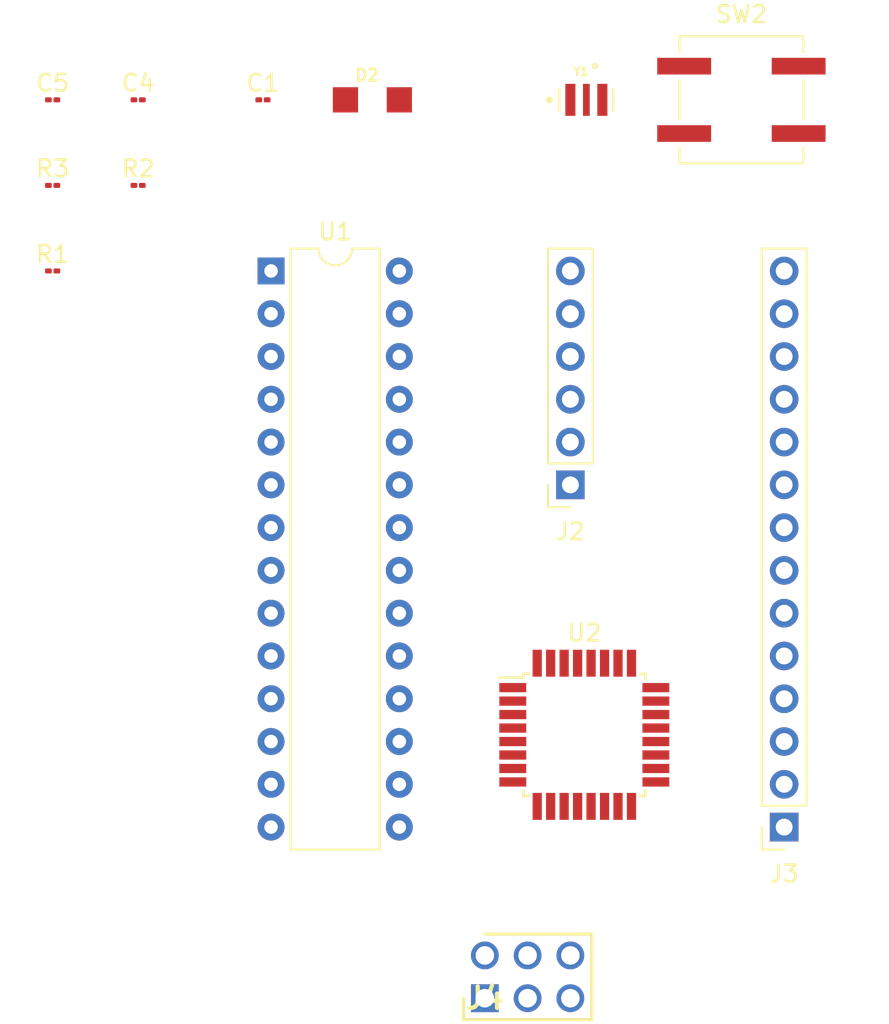
<source format=kicad_pcb>
(kicad_pcb (version 20221018) (generator pcbnew)
  (layers (0 "F.Cu" signal) (31 "B.Cu" signal) (34 "B.Paste" user) (35 "F.Paste" user) (36 "B.SilkS" user "B.Silkscreen") (37 "F.SilkS" user "F.Silkscreen") (38 "B.Mask" user) (39 "F.Mask" user) (44 "Edge.Cuts" user))
  (net 0 "")
  (net 1 "Net-(U1-~{RESET}{slash}PC6)")
  (net 2 "/A0")
  (net 3 "/A1")
  (net 4 "/A2")
  (net 5 "/A3")
  (net 6 "/A4")
  (net 7 "/A5")
  (net 8 "/D0|RX")
  (net 9 "/D1|TX")
  (net 10 "/D2")
  (net 11 "/D3")
  (net 12 "/D4")
  (net 13 "/D5")
  (net 14 "/D6")
  (net 15 "/D7")
  (net 17 "/D8")
  (net 18 "/D9")
  (net 19 "/D10|CS")
  (net 20 "/D11|MOSI")
  (net 21 "/D12|MISO")
  (net 22 "/D13|SCK")
  (net 23 "+5V")
  (net 24 "GND")
  (net 25 "Net-(U1-XTAL1{slash}PB6)")
  (net 26 "Net-(U1-XTAL2{slash}PB7)")
  (net 27 "/D0")
  (net 28 "/D1")
  (footprint "Capacitor_SMD:C_01005_0402Metric" (layer "F.Cu") (at 108.945 63.5)
    (fp_text reference "C5" (at 0 -1) (layer "F.SilkS"))
    (fp_text value "100n")
    (pad "1" smd roundrect (at -0.25 0) (size 0.4 0.3) (layers "F.Cu" "F.Mask") (net 23 "+5V"))
    (pad "2" smd roundrect (at 0.25 0) (size 0.4 0.3) (layers "F.Cu" "F.Mask") (net 24 "GND"))
  )
  (footprint "resonator:OSC_CSTCE16M0V53-R0" (layer "F.Cu") (at 140.65 63.5)
    (fp_text reference "Y1" (at -0.326 -1.6748) (layer "F.SilkS") (effects (font (size 0.48 0.48))))
    (fp_text value "Resonator")
    (fp_line (start -1.6 0.65) (end -1.6 -0.65) (stroke (width 0.127)) (layer "F.SilkS"))
    (fp_line (start 1.6 -0.65) (end 1.6 0.65) (stroke (width 0.127)) (layer "F.SilkS"))
    (fp_circle (center -2.2 0) (end -2.1 0) (stroke (width 0.2)) (fill none) (layer "F.SilkS"))
    (pad "1" smd rect (at -0.95 0) (size 0.6 1.9) (layers "F.Cu" "F.Paste" "F.Mask") (net 26 "Net-(U1-XTAL2{slash}PB7)"))
    (pad "2" smd rect (at 0 0) (size 0.4 1.9) (layers "F.Cu" "F.Paste" "F.Mask") (net 24 "GND"))
    (pad "3" smd rect (at 0.95 0) (size 0.6 1.9) (layers "F.Cu" "F.Paste" "F.Mask") (net 25 "Net-(U1-XTAL1{slash}PB6)"))
  )
  (footprint "Connector_PinSocket_2.54mm:PinSocket_1x06_P2.54mm_Vertical" (layer "F.Cu") (at 139.7 86.36 180)
    (fp_text reference "J2" (at 0 -2.77) (layer "F.SilkS"))
    (fp_text value "Conn_01x06_Pin")
    (fp_line (start -1.33 1.27) (end -1.33 14.03) (stroke (width 0.12)) (layer "F.SilkS"))
    (fp_line (start -1.33 1.27) (end 1.33 1.27) (stroke (width 0.12)) (layer "F.SilkS"))
    (fp_line (start -1.33 14.03) (end 1.33 14.03) (stroke (width 0.12)) (layer "F.SilkS"))
    (fp_line (start 0 -1.33) (end 1.33 -1.33) (stroke (width 0.12)) (layer "F.SilkS"))
    (fp_line (start 1.33 -1.33) (end 1.33 0) (stroke (width 0.12)) (layer "F.SilkS"))
    (fp_line (start 1.33 1.27) (end 1.33 14.03) (stroke (width 0.12)) (layer "F.SilkS"))
    (pad "1" thru_hole rect (at 0 0 180) (size 1.7 1.7) (drill 1) (layers "*.Cu" "*.Mask") (net 2 "/A0"))
    (pad "2" thru_hole oval (at 0 2.54 180) (size 1.7 1.7) (drill 1) (layers "*.Cu" "*.Mask") (net 3 "/A1"))
    (pad "3" thru_hole oval (at 0 5.08 180) (size 1.7 1.7) (drill 1) (layers "*.Cu" "*.Mask") (net 4 "/A2"))
    (pad "4" thru_hole oval (at 0 7.62 180) (size 1.7 1.7) (drill 1) (layers "*.Cu" "*.Mask") (net 5 "/A3"))
    (pad "5" thru_hole oval (at 0 10.16 180) (size 1.7 1.7) (drill 1) (layers "*.Cu" "*.Mask") (net 6 "/A4"))
    (pad "6" thru_hole oval (at 0 12.7 180) (size 1.7 1.7) (drill 1) (layers "*.Cu" "*.Mask") (net 7 "/A5"))
  )
  (footprint "Resistor_SMD:R_01005_0402Metric" (layer "F.Cu") (at 108.945 68.58)
    (fp_text reference "R3" (at 0 -1) (layer "F.SilkS"))
    (fp_text value "10k")
    (pad "1" smd roundrect (at -0.25 0) (size 0.4 0.3) (layers "F.Cu" "F.Mask") (net 1 "Net-(U1-~{RESET}{slash}PC6)"))
    (pad "2" smd roundrect (at 0.25 0) (size 0.4 0.3) (layers "F.Cu" "F.Mask") (net 23 "+5V"))
  )
  (footprint "Connector_PinSocket_2.54mm:PinSocket_1x14_P2.54mm_Vertical" (layer "F.Cu") (at 152.4 106.68 180)
    (fp_text reference "J3" (at 0 -2.77) (layer "F.SilkS"))
    (fp_text value "Conn_01x14_Pin")
    (fp_line (start -1.33 1.27) (end -1.33 34.35) (stroke (width 0.12)) (layer "F.SilkS"))
    (fp_line (start -1.33 1.27) (end 1.33 1.27) (stroke (width 0.12)) (layer "F.SilkS"))
    (fp_line (start -1.33 34.35) (end 1.33 34.35) (stroke (width 0.12)) (layer "F.SilkS"))
    (fp_line (start 0 -1.33) (end 1.33 -1.33) (stroke (width 0.12)) (layer "F.SilkS"))
    (fp_line (start 1.33 -1.33) (end 1.33 0) (stroke (width 0.12)) (layer "F.SilkS"))
    (fp_line (start 1.33 1.27) (end 1.33 34.35) (stroke (width 0.12)) (layer "F.SilkS"))
    (pad "1" thru_hole rect (at 0 0 180) (size 1.7 1.7) (drill 1) (layers "*.Cu" "*.Mask") (net 8 "/D0|RX"))
    (pad "2" thru_hole oval (at 0 2.54 180) (size 1.7 1.7) (drill 1) (layers "*.Cu" "*.Mask") (net 9 "/D1|TX"))
    (pad "3" thru_hole oval (at 0 5.08 180) (size 1.7 1.7) (drill 1) (layers "*.Cu" "*.Mask") (net 10 "/D2"))
    (pad "4" thru_hole oval (at 0 7.62 180) (size 1.7 1.7) (drill 1) (layers "*.Cu" "*.Mask") (net 11 "/D3"))
    (pad "5" thru_hole oval (at 0 10.16 180) (size 1.7 1.7) (drill 1) (layers "*.Cu" "*.Mask") (net 12 "/D4"))
    (pad "6" thru_hole oval (at 0 12.7 180) (size 1.7 1.7) (drill 1) (layers "*.Cu" "*.Mask") (net 13 "/D5"))
    (pad "7" thru_hole oval (at 0 15.24 180) (size 1.7 1.7) (drill 1) (layers "*.Cu" "*.Mask") (net 14 "/D6"))
    (pad "8" thru_hole oval (at 0 17.78 180) (size 1.7 1.7) (drill 1) (layers "*.Cu" "*.Mask") (net 15 "/D7"))
    (pad "9" thru_hole oval (at 0 20.32 180) (size 1.7 1.7) (drill 1) (layers "*.Cu" "*.Mask") (net 17 "/D8"))
    (pad "10" thru_hole oval (at 0 22.86 180) (size 1.7 1.7) (drill 1) (layers "*.Cu" "*.Mask") (net 18 "/D9"))
    (pad "11" thru_hole oval (at 0 25.4 180) (size 1.7 1.7) (drill 1) (layers "*.Cu" "*.Mask") (net 19 "/D10|CS"))
    (pad "12" thru_hole oval (at 0 27.94 180) (size 1.7 1.7) (drill 1) (layers "*.Cu" "*.Mask") (net 20 "/D11|MOSI"))
    (pad "13" thru_hole oval (at 0 30.48 180) (size 1.7 1.7) (drill 1) (layers "*.Cu" "*.Mask") (net 21 "/D12|MISO"))
    (pad "14" thru_hole oval (at 0 33.02 180) (size 1.7 1.7) (drill 1) (layers "*.Cu" "*.Mask") (net 22 "/D13|SCK"))
  )
  (footprint "Resistor_SMD:R_01005_0402Metric" (layer "F.Cu") (at 108.945 73.66)
    (fp_text reference "R1" (at 0 -1) (layer "F.SilkS"))
    (fp_text value "R_Small")
    (pad "1" smd roundrect (at -0.25 0) (size 0.4 0.3) (layers "F.Cu" "F.Mask"))
    (pad "2" smd roundrect (at 0.25 0) (size 0.4 0.3) (layers "F.Cu" "F.Mask"))
  )
  (footprint "Resistor_SMD:R_01005_0402Metric" (layer "F.Cu") (at 114.025 68.58)
    (fp_text reference "R2" (at 0 -1) (layer "F.SilkS"))
    (fp_text value "1M")
    (pad "1" smd roundrect (at -0.25 0) (size 0.4 0.3) (layers "F.Cu" "F.Mask") (net 25 "Net-(U1-XTAL1{slash}PB6)"))
    (pad "2" smd roundrect (at 0.25 0) (size 0.4 0.3) (layers "F.Cu" "F.Mask") (net 26 "Net-(U1-XTAL2{slash}PB7)"))
  )
  (footprint "diode:LED-1206" (layer "F.Cu") (at 127.94 63.5)
    (fp_text reference "D2" (at -0.318048 -1.463029) (layer "F.SilkS") (effects (font (size 0.70121 0.70121))))
    (fp_text value "~")
    (pad "+" smd rect (at -1.6 0) (size 1.5 1.5) (layers "F.Cu" "F.Paste" "F.Mask"))
    (pad "-" smd rect (at 1.6 0) (size 1.5 1.5) (layers "F.Cu" "F.Paste" "F.Mask"))
  )
  (footprint "Capacitor_SMD:C_01005_0402Metric" (layer "F.Cu") (at 114.025 63.5)
    (fp_text reference "C4" (at 0 -1) (layer "F.SilkS"))
    (fp_text value "100n")
    (pad "1" smd roundrect (at -0.25 0) (size 0.4 0.3) (layers "F.Cu" "F.Mask") (net 23 "+5V"))
    (pad "2" smd roundrect (at 0.25 0) (size 0.4 0.3) (layers "F.Cu" "F.Mask") (net 24 "GND"))
  )
  (footprint "Package_DIP:DIP-28_W7.62mm" (layer "F.Cu") (at 121.92 73.66)
    (fp_text reference "U1" (at 3.81 -2.33) (layer "F.SilkS"))
    (fp_text value "ATmega328P-P")
    (fp_line (start 1.16 -1.33) (end 1.16 34.35) (stroke (width 0.12)) (layer "F.SilkS"))
    (fp_line (start 1.16 34.35) (end 6.46 34.35) (stroke (width 0.12)) (layer "F.SilkS"))
    (fp_line (start 2.81 -1.33) (end 1.16 -1.33) (stroke (width 0.12)) (layer "F.SilkS"))
    (fp_line (start 6.46 -1.33) (end 4.81 -1.33) (stroke (width 0.12)) (layer "F.SilkS"))
    (fp_line (start 6.46 34.35) (end 6.46 -1.33) (stroke (width 0.12)) (layer "F.SilkS"))
    (fp_arc (start 4.81 -1.33) (mid 3.81 -0.33) (end 2.81 -1.33) (stroke (width 0.12)) (layer "F.SilkS"))
    (pad "1" thru_hole rect (at 0 0) (size 1.6 1.6) (drill 0.8) (layers "*.Cu" "*.Mask") (net 1 "Net-(U1-~{RESET}{slash}PC6)"))
    (pad "2" thru_hole oval (at 0 2.54) (size 1.6 1.6) (drill 0.8) (layers "*.Cu" "*.Mask") (net 27 "/D0"))
    (pad "3" thru_hole oval (at 0 5.08) (size 1.6 1.6) (drill 0.8) (layers "*.Cu" "*.Mask") (net 28 "/D1"))
    (pad "4" thru_hole oval (at 0 7.62) (size 1.6 1.6) (drill 0.8) (layers "*.Cu" "*.Mask") (net 10 "/D2"))
    (pad "5" thru_hole oval (at 0 10.16) (size 1.6 1.6) (drill 0.8) (layers "*.Cu" "*.Mask") (net 11 "/D3"))
    (pad "6" thru_hole oval (at 0 12.7) (size 1.6 1.6) (drill 0.8) (layers "*.Cu" "*.Mask") (net 12 "/D4"))
    (pad "7" thru_hole oval (at 0 15.24) (size 1.6 1.6) (drill 0.8) (layers "*.Cu" "*.Mask") (net 23 "+5V"))
    (pad "8" thru_hole oval (at 0 17.78) (size 1.6 1.6) (drill 0.8) (layers "*.Cu" "*.Mask") (net 24 "GND"))
    (pad "9" thru_hole oval (at 0 20.32) (size 1.6 1.6) (drill 0.8) (layers "*.Cu" "*.Mask") (net 25 "Net-(U1-XTAL1{slash}PB6)"))
    (pad "10" thru_hole oval (at 0 22.86) (size 1.6 1.6) (drill 0.8) (layers "*.Cu" "*.Mask") (net 26 "Net-(U1-XTAL2{slash}PB7)"))
    (pad "11" thru_hole oval (at 0 25.4) (size 1.6 1.6) (drill 0.8) (layers "*.Cu" "*.Mask") (net 13 "/D5"))
    (pad "12" thru_hole oval (at 0 27.94) (size 1.6 1.6) (drill 0.8) (layers "*.Cu" "*.Mask") (net 14 "/D6"))
    (pad "13" thru_hole oval (at 0 30.48) (size 1.6 1.6) (drill 0.8) (layers "*.Cu" "*.Mask") (net 15 "/D7"))
    (pad "14" thru_hole oval (at 0 33.02) (size 1.6 1.6) (drill 0.8) (layers "*.Cu" "*.Mask") (net 17 "/D8"))
    (pad "15" thru_hole oval (at 7.62 33.02) (size 1.6 1.6) (drill 0.8) (layers "*.Cu" "*.Mask") (net 18 "/D9"))
    (pad "16" thru_hole oval (at 7.62 30.48) (size 1.6 1.6) (drill 0.8) (layers "*.Cu" "*.Mask") (net 19 "/D10|CS"))
    (pad "17" thru_hole oval (at 7.62 27.94) (size 1.6 1.6) (drill 0.8) (layers "*.Cu" "*.Mask") (net 20 "/D11|MOSI"))
    (pad "18" thru_hole oval (at 7.62 25.4) (size 1.6 1.6) (drill 0.8) (layers "*.Cu" "*.Mask") (net 21 "/D12|MISO"))
    (pad "19" thru_hole oval (at 7.62 22.86) (size 1.6 1.6) (drill 0.8) (layers "*.Cu" "*.Mask") (net 22 "/D13|SCK"))
    (pad "20" thru_hole oval (at 7.62 20.32) (size 1.6 1.6) (drill 0.8) (layers "*.Cu" "*.Mask") (net 23 "+5V"))
    (pad "21" thru_hole oval (at 7.62 17.78) (size 1.6 1.6) (drill 0.8) (layers "*.Cu" "*.Mask"))
    (pad "22" thru_hole oval (at 7.62 15.24) (size 1.6 1.6) (drill 0.8) (layers "*.Cu" "*.Mask") (net 24 "GND"))
    (pad "23" thru_hole oval (at 7.62 12.7) (size 1.6 1.6) (drill 0.8) (layers "*.Cu" "*.Mask") (net 2 "/A0"))
    (pad "24" thru_hole oval (at 7.62 10.16) (size 1.6 1.6) (drill 0.8) (layers "*.Cu" "*.Mask") (net 3 "/A1"))
    (pad "25" thru_hole oval (at 7.62 7.62) (size 1.6 1.6) (drill 0.8) (layers "*.Cu" "*.Mask") (net 4 "/A2"))
    (pad "26" thru_hole oval (at 7.62 5.08) (size 1.6 1.6) (drill 0.8) (layers "*.Cu" "*.Mask") (net 5 "/A3"))
    (pad "27" thru_hole oval (at 7.62 2.54) (size 1.6 1.6) (drill 0.8) (layers "*.Cu" "*.Mask") (net 6 "/A4"))
    (pad "28" thru_hole oval (at 7.62 0) (size 1.6 1.6) (drill 0.8) (layers "*.Cu" "*.Mask") (net 7 "/A5"))
  )
  (footprint "push button:SMT3-01-Z" (layer "F.Cu") (at 149.86 63.5)
    (fp_text reference "SW2" (at 0 -5.08) (layer "F.SilkS"))
    (fp_text value "SW_Push_Dual" hide)
    (fp_line (start -3.683 -3.7719) (end -3.683 -2.828041) (stroke (width 0.12)) (layer "F.SilkS"))
    (fp_line (start -3.683 -1.171961) (end -3.683 1.171961) (stroke (width 0.12)) (layer "F.SilkS"))
    (fp_line (start -3.683 2.828041) (end -3.683 3.7719) (stroke (width 0.12)) (layer "F.SilkS"))
    (fp_line (start -3.683 3.7719) (end 3.683 3.7719) (stroke (width 0.12)) (layer "F.SilkS"))
    (fp_line (start 3.683 -3.7719) (end -3.683 -3.7719) (stroke (width 0.12)) (layer "F.SilkS"))
    (fp_line (start 3.683 -2.828041) (end 3.683 -3.7719) (stroke (width 0.12)) (layer "F.SilkS"))
    (fp_line (start 3.683 1.171961) (end 3.683 -1.171961) (stroke (width 0.12)) (layer "F.SilkS"))
    (fp_line (start 3.683 3.7719) (end 3.683 2.828041) (stroke (width 0.12)) (layer "F.SilkS"))
    (fp_circle (center -8.701999 -2) (end -8.574999 -2) (stroke (width 0.12)) (fill none) (layer "F.SilkS"))
    (pad "1" smd rect (at -3.399998 -2.000001) (size 3.2004 0.9906) (layers "F.Cu" "F.Paste" "F.Mask") (net 1 "Net-(U1-~{RESET}{slash}PC6)"))
    (pad "2" smd rect (at 3.399998 -2.000001) (size 3.2004 0.9906) (layers "F.Cu" "F.Paste" "F.Mask") (net 24 "GND"))
    (pad "3" smd rect (at -3.399998 2.000001) (size 3.2004 0.9906) (layers "F.Cu" "F.Paste" "F.Mask") (net 1 "Net-(U1-~{RESET}{slash}PC6)"))
    (pad "4" smd rect (at 3.399998 2.000001) (size 3.2004 0.9906) (layers "F.Cu" "F.Paste" "F.Mask") (net 24 "GND"))
  )
  (footprint "Capacitor_SMD:C_01005_0402Metric" (layer "F.Cu") (at 121.44 63.5)
    (fp_text reference "C1" (at 0 -1) (layer "F.SilkS"))
    (fp_text value "C_Small")
    (pad "1" smd roundrect (at -0.25 0) (size 0.4 0.3) (layers "F.Cu" "F.Mask"))
    (pad "2" smd roundrect (at 0.25 0) (size 0.4 0.3) (layers "F.Cu" "F.Mask"))
  )
  (footprint "2x3 pin connector:HDRV6W64P254_2X3_762X508X868P" (layer "F.Cu") (at 134.62 116.84)
    (fp_text reference "J4" (at 0 0) (layer "F.SilkS") (effects (font (size 1.27 1.27) (thickness 0.254))))
    (fp_text value "M20-9980346" hide)
    (fp_line (start -1.27 0) (end -1.27 1.27) (stroke (width 0.2)) (layer "F.SilkS"))
    (fp_line (start -1.27 1.27) (end 6.35 1.27) (stroke (width 0.2)) (layer "F.SilkS"))
    (fp_line (start 6.35 -3.81) (end 0 -3.81) (stroke (width 0.2)) (layer "F.SilkS"))
    (fp_line (start 6.35 1.27) (end 6.35 -3.81) (stroke (width 0.2)) (layer "F.SilkS"))
    (pad "1" thru_hole rect (at 0 0) (size 1.65 1.65) (drill 1.1) (layers "*.Cu" "*.Mask"))
    (pad "2" thru_hole circle (at 0 -2.54) (size 1.65 1.65) (drill 1.1) (layers "*.Cu" "*.Mask"))
    (pad "3" thru_hole circle (at 2.54 0) (size 1.65 1.65) (drill 1.1) (layers "*.Cu" "*.Mask"))
    (pad "4" thru_hole circle (at 2.54 -2.54) (size 1.65 1.65) (drill 1.1) (layers "*.Cu" "*.Mask"))
    (pad "5" thru_hole circle (at 5.08 0) (size 1.65 1.65) (drill 1.1) (layers "*.Cu" "*.Mask"))
    (pad "6" thru_hole circle (at 5.08 -2.54) (size 1.65 1.65) (drill 1.1) (layers "*.Cu" "*.Mask"))
  )
  (footprint "Package_QFP:TQFP-32_7x7mm_P0.8mm" (layer "F.Cu") (at 140.53 101.2)
    (fp_text reference "U2" (at 0 -6.05) (layer "F.SilkS"))
    (fp_text value "ATmega16U2-A")
    (fp_line (start -3.625 -3.625) (end -3.625 -3.4) (stroke (width 0.15)) (layer "F.SilkS"))
    (fp_line (start -3.625 -3.625) (end -3.3 -3.625) (stroke (width 0.15)) (layer "F.SilkS"))
    (fp_line (start -3.625 -3.4) (end -5.05 -3.4) (stroke (width 0.15)) (layer "F.SilkS"))
    (fp_line (start -3.625 3.625) (end -3.625 3.3) (stroke (width 0.15)) (layer "F.SilkS"))
    (fp_line (start -3.625 3.625) (end -3.3 3.625) (stroke (width 0.15)) (layer "F.SilkS"))
    (fp_line (start 3.625 -3.625) (end 3.3 -3.625) (stroke (width 0.15)) (layer "F.SilkS"))
    (fp_line (start 3.625 -3.625) (end 3.625 -3.3) (stroke (width 0.15)) (layer "F.SilkS"))
    (fp_line (start 3.625 3.625) (end 3.3 3.625) (stroke (width 0.15)) (layer "F.SilkS"))
    (fp_line (start 3.625 3.625) (end 3.625 3.3) (stroke (width 0.15)) (layer "F.SilkS"))
    (pad "1" smd rect (at -4.25 -2.8) (size 1.6 0.55) (layers "F.Cu" "F.Paste" "F.Mask"))
    (pad "2" smd rect (at -4.25 -2) (size 1.6 0.55) (layers "F.Cu" "F.Paste" "F.Mask"))
    (pad "3" smd rect (at -4.25 -1.2) (size 1.6 0.55) (layers "F.Cu" "F.Paste" "F.Mask"))
    (pad "4" smd rect (at -4.25 -0.4) (size 1.6 0.55) (layers "F.Cu" "F.Paste" "F.Mask"))
    (pad "5" smd rect (at -4.25 0.4) (size 1.6 0.55) (layers "F.Cu" "F.Paste" "F.Mask"))
    (pad "6" smd rect (at -4.25 1.2) (size 1.6 0.55) (layers "F.Cu" "F.Paste" "F.Mask"))
    (pad "7" smd rect (at -4.25 2) (size 1.6 0.55) (layers "F.Cu" "F.Paste" "F.Mask"))
    (pad "8" smd rect (at -4.25 2.8) (size 1.6 0.55) (layers "F.Cu" "F.Paste" "F.Mask"))
    (pad "9" smd rect (at -2.8 4.25 90) (size 1.6 0.55) (layers "F.Cu" "F.Paste" "F.Mask"))
    (pad "10" smd rect (at -2 4.25 90) (size 1.6 0.55) (layers "F.Cu" "F.Paste" "F.Mask"))
    (pad "11" smd rect (at -1.2 4.25 90) (size 1.6 0.55) (layers "F.Cu" "F.Paste" "F.Mask"))
    (pad "12" smd rect (at -0.4 4.25 90) (size 1.6 0.55) (layers "F.Cu" "F.Paste" "F.Mask"))
    (pad "13" smd rect (at 0.4 4.25 90) (size 1.6 0.55) (layers "F.Cu" "F.Paste" "F.Mask"))
    (pad "14" smd rect (at 1.2 4.25 90) (size 1.6 0.55) (layers "F.Cu" "F.Paste" "F.Mask"))
    (pad "15" smd rect (at 2 4.25 90) (size 1.6 0.55) (layers "F.Cu" "F.Paste" "F.Mask"))
    (pad "16" smd rect (at 2.8 4.25 90) (size 1.6 0.55) (layers "F.Cu" "F.Paste" "F.Mask"))
    (pad "17" smd rect (at 4.25 2.8) (size 1.6 0.55) (layers "F.Cu" "F.Paste" "F.Mask"))
    (pad "18" smd rect (at 4.25 2) (size 1.6 0.55) (layers "F.Cu" "F.Paste" "F.Mask"))
    (pad "19" smd rect (at 4.25 1.2) (size 1.6 0.55) (layers "F.Cu" "F.Paste" "F.Mask"))
    (pad "20" smd rect (at 4.25 0.4) (size 1.6 0.55) (layers "F.Cu" "F.Paste" "F.Mask"))
    (pad "21" smd rect (at 4.25 -0.4) (size 1.6 0.55) (layers "F.Cu" "F.Paste" "F.Mask"))
    (pad "22" smd rect (at 4.25 -1.2) (size 1.6 0.55) (layers "F.Cu" "F.Paste" "F.Mask"))
    (pad "23" smd rect (at 4.25 -2) (size 1.6 0.55) (layers "F.Cu" "F.Paste" "F.Mask"))
    (pad "24" smd rect (at 4.25 -2.8) (size 1.6 0.55) (layers "F.Cu" "F.Paste" "F.Mask"))
    (pad "25" smd rect (at 2.8 -4.25 90) (size 1.6 0.55) (layers "F.Cu" "F.Paste" "F.Mask"))
    (pad "26" smd rect (at 2 -4.25 90) (size 1.6 0.55) (layers "F.Cu" "F.Paste" "F.Mask"))
    (pad "27" smd rect (at 1.2 -4.25 90) (size 1.6 0.55) (layers "F.Cu" "F.Paste" "F.Mask"))
    (pad "28" smd rect (at 0.4 -4.25 90) (size 1.6 0.55) (layers "F.Cu" "F.Paste" "F.Mask"))
    (pad "29" smd rect (at -0.4 -4.25 90) (size 1.6 0.55) (layers "F.Cu" "F.Paste" "F.Mask"))
    (pad "30" smd rect (at -1.2 -4.25 90) (size 1.6 0.55) (layers "F.Cu" "F.Paste" "F.Mask"))
    (pad "31" smd rect (at -2 -4.25 90) (size 1.6 0.55) (layers "F.Cu" "F.Paste" "F.Mask"))
    (pad "32" smd rect (at -2.8 -4.25 90) (size 1.6 0.55) (layers "F.Cu" "F.Paste" "F.Mask"))
  )
)
</source>
